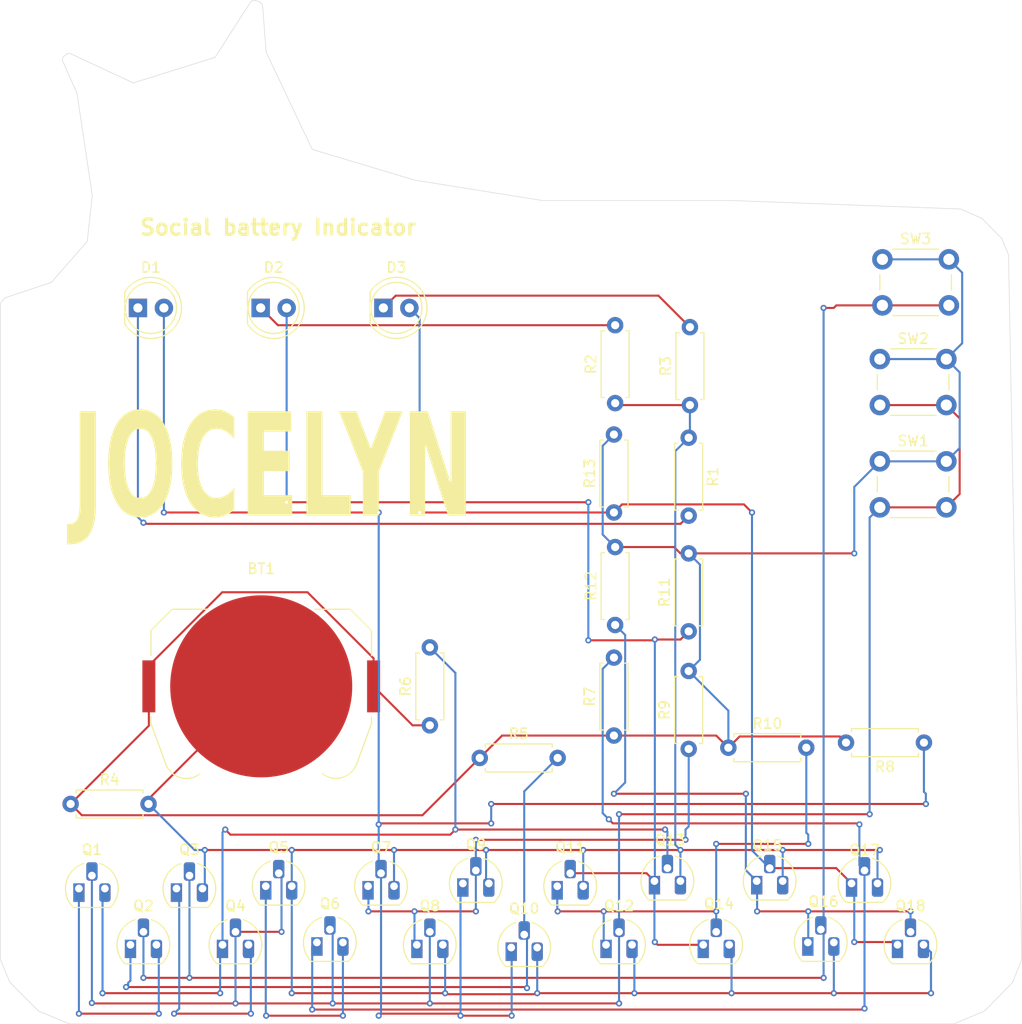
<source format=kicad_pcb>
(kicad_pcb (version 20241229) (generator "pcbnew") (generator_version "9.0")
  (layers (0 "F.Cu" signal) (2 "B.Cu" signal) (13 "F.Paste" user) (15 "B.Paste" user) (5 "F.SilkS" user "F.Silkscreen") (7 "B.SilkS" user "B.Silkscreen") (1 "F.Mask" user) (3 "B.Mask" user) (25 "Edge.Cuts" user))
  (net 0 "")
  (net 1 "Net-(BT1-+)")
  (net 2 "Net-(BT1--)")
  (net 3 "Net-(D1-A)")
  (net 4 "Net-(D1-K)")
  (net 5 "Net-(D2-K)")
  (net 6 "Net-(D2-A)")
  (net 7 "Net-(D3-K)")
  (net 8 "Net-(D3-A)")
  (net 9 "Net-(Q1-E)")
  (net 10 "Net-(Q1-B)")
  (net 11 "Net-(Q1-C)")
  (net 12 "Net-(Q16-B)")
  (net 13 "Net-(Q10-B)")
  (net 14 "Net-(Q3-C)")
  (net 15 "Net-(Q5-C)")
  (net 16 "Net-(Q17-B)")
  (net 17 "Net-(Q7-C)")
  (net 18 "Net-(Q11-C)")
  (net 19 "Net-(Q15-C)")
  (footprint "Resistor_THT:R_Axial_DIN0207_L6.3mm_D2.5mm_P7.62mm_Horizontal" (layer "F.Cu") (at 69 118.31 90)
    (property "Reference" "R6")
    (property "Value" "R")
  )
  (footprint "Package_TO_SOT_THT:TO-92L_HandSolder" (layer "F.Cu") (at 100.96 133.54)
    (property "Reference" "Q15")
    (property "Value" "NPN")
  )
  (footprint "LED_THT:LED_D5.0mm" (layer "F.Cu") (at 64.46 77.5)
    (property "Reference" "D3")
    (property "Value" "LED")
  )
  (footprint "Package_TO_SOT_THT:TO-92L_HandSolder" (layer "F.Cu") (at 62.96 134.04)
    (property "Reference" "Q7")
    (property "Value" "NPN")
  )
  (footprint "Resistor_THT:R_Axial_DIN0207_L6.3mm_D2.5mm_P7.62mm_Horizontal" (layer "F.Cu") (at 117.31 120 180)
    (property "Reference" "R8")
    (property "Value" "R")
  )
  (footprint "Package_TO_SOT_THT:TO-92L_HandSolder" (layer "F.Cu") (at 114.73 139.77)
    (property "Reference" "Q18")
    (property "Value" "NPN")
  )
  (footprint "Package_TO_SOT_THT:TO-92L_HandSolder" (layer "F.Cu") (at 57.96 139.54)
    (property "Reference" "Q6")
    (property "Value" "PNP")
  )
  (footprint "Package_TO_SOT_THT:TO-92L_HandSolder" (layer "F.Cu") (at 86.23 139.77)
    (property "Reference" "Q12")
    (property "Value" "NPN")
  )
  (footprint "Resistor_THT:R_Axial_DIN0207_L6.3mm_D2.5mm_P7.62mm_Horizontal" (layer "F.Cu") (at 94.31 90.19 -90)
    (property "Reference" "R1")
    (property "Value" "R")
  )
  (footprint "Button_Switch_THT:SW_PUSH_6mm" (layer "F.Cu") (at 113 82.5)
    (property "Reference" "SW2")
    (property "Value" "SW_Push" (hide yes))
  )
  (footprint "Package_TO_SOT_THT:TO-92L_HandSolder" (layer "F.Cu") (at 72.23 133.77)
    (property "Reference" "Q9")
    (property "Value" "NPN")
  )
  (footprint "LED_THT:LED_D5.0mm" (layer "F.Cu") (at 40.46 77.5)
    (property "Reference" "D1")
    (property "Value" "LED")
  )
  (footprint "Package_TO_SOT_THT:TO-92L_HandSolder" (layer "F.Cu") (at 34.69 134.27)
    (property "Reference" "Q1")
    (property "Value" "PNP")
  )
  (footprint "Package_TO_SOT_THT:TO-92L_HandSolder" (layer "F.Cu") (at 44.23 134.27)
    (property "Reference" "Q3")
    (property "Value" "PNP" (hide yes))
  )
  (footprint "Resistor_THT:R_Axial_DIN0207_L6.3mm_D2.5mm_P7.62mm_Horizontal" (layer "F.Cu") (at 87 119.31 90)
    (property "Reference" "R7")
    (property "Value" "R")
  )
  (footprint "Package_TO_SOT_THT:TO-92L_HandSolder" (layer "F.Cu") (at 105.96 139.54)
    (property "Reference" "Q16")
    (property "Value" "NPN")
  )
  (footprint "Resistor_THT:R_Axial_DIN0207_L6.3mm_D2.5mm_P7.62mm_Horizontal" (layer "F.Cu") (at 87.12 86.81 90)
    (property "Reference" "R2")
    (property "Value" "R")
  )
  (footprint "Resistor_THT:R_Axial_DIN0207_L6.3mm_D2.5mm_P7.62mm_Horizontal" (layer "F.Cu") (at 87.12 108.5 90)
    (property "Reference" "R12")
    (property "Value" "R")
  )
  (footprint "Button_Switch_THT:SW_PUSH_6mm" (layer "F.Cu") (at 113 92.5)
    (property "Reference" "SW1")
    (property "Value" "SW_Push")
  )
  (footprint "Package_TO_SOT_THT:TO-92L_HandSolder" (layer "F.Cu") (at 76.96 140.04)
    (property "Reference" "Q10")
    (property "Value" "NPN")
  )
  (footprint "Package_TO_SOT_THT:TO-92L_HandSolder" (layer "F.Cu") (at 39.73 139.77)
    (property "Reference" "Q2")
    (property "Value" "PNP")
  )
  (footprint "Battery:BatteryHolder_Keystone_3034_1x20mm" (layer "F.Cu") (at 52.515 114.5)
    (property "Reference" "BT1")
    (property "Value" "Battery_Cell")
  )
  (footprint "Resistor_THT:R_Axial_DIN0207_L6.3mm_D2.5mm_P7.62mm_Horizontal" (layer "F.Cu") (at 33.88 126)
    (property "Reference" "R4")
    (property "Value" "R")
  )
  (footprint "Package_TO_SOT_THT:TO-92L_HandSolder" (layer "F.Cu") (at 67.73 139.77)
    (property "Reference" "Q8")
    (property "Value" "NPN")
  )
  (footprint "Resistor_THT:R_Axial_DIN0207_L6.3mm_D2.5mm_P7.62mm_Horizontal" (layer "F.Cu") (at 98.19 120.5)
    (property "Reference" "R10")
    (property "Value" "R")
  )
  (footprint "Resistor_THT:R_Axial_DIN0207_L6.3mm_D2.5mm_P7.62mm_Horizontal" (layer "F.Cu") (at 73.88 121.5)
    (property "Reference" "R5")
    (property "Value" "R")
  )
  (footprint "Resistor_THT:R_Axial_DIN0207_L6.3mm_D2.5mm_P7.62mm_Horizontal" (layer "F.Cu") (at 94.31 120.62 90)
    (property "Reference" "R9")
    (property "Value" "R")
  )
  (footprint "Package_TO_SOT_THT:TO-92L_HandSolder" (layer "F.Cu") (at 81.46 134.04)
    (property "Reference" "Q11")
    (property "Value" "NPN")
  )
  (footprint "Package_TO_SOT_THT:TO-92L_HandSolder" (layer "F.Cu") (at 95.73 139.77)
    (property "Reference" "Q14")
    (property "Value" "NPN")
  )
  (footprint "Package_TO_SOT_THT:TO-92L_HandSolder" (layer "F.Cu") (at 52.96 134.04)
    (property "Reference" "Q5")
    (property "Value" "PNP")
  )
  (footprint "Resistor_THT:R_Axial_DIN0207_L6.3mm_D2.5mm_P7.62mm_Horizontal" (layer "F.Cu") (at 94.43 87 90)
    (property "Reference" "R3")
    (property "Value" "R")
  )
  (footprint "Package_TO_SOT_THT:TO-92L_HandSolder" (layer "F.Cu") (at 90.96 133.54)
    (property "Reference" "Q13")
    (property "Value" "NPN")
  )
  (footprint "Package_TO_SOT_THT:TO-92L_HandSolder" (layer "F.Cu") (at 48.73 139.77)
    (property "Reference" "Q4")
    (property "Value" "PNP" (hide yes))
  )
  (footprint "LED_THT:LED_D5.0mm" (layer "F.Cu") (at 52.46 77.5)
    (property "Reference" "D2")
    (property "Value" "LED")
  )
  (footprint "Button_Switch_THT:SW_PUSH_6mm" (layer "F.Cu") (at 113.25 72.75)
    (property "Reference" "SW3")
    (property "Value" "SW_Push")
  )
  (footprint "Resistor_THT:R_Axial_DIN0207_L6.3mm_D2.5mm_P7.62mm_Horizontal" (layer "F.Cu") (at 87 97.5 90)
    (property "Reference" "R13")
    (property "Value" "R")
  )
  (footprint "Resistor_THT:R_Axial_DIN0207_L6.3mm_D2.5mm_P7.62mm_Horizontal" (layer "F.Cu") (at 94.31 109.12 90)
    (property "Reference" "R11")
    (property "Value" "R")
  )
  (footprint "Package_TO_SOT_THT:TO-92L_HandSolder" (layer "F.Cu") (at 110.23 133.77)
    (property "Reference" "Q17")
    (property "Value" "NPN")
  )
  (gr_poly (pts (xy 27.5 76.5) (xy 32 75) (xy 35.5 71) (xy 36 66.5) (xy 34.5 56.5) (xy 33.065695 53.272815) (xy 33.115426 53.011678) (xy 33.461706 52.671713) (xy 33.811049 52.611823) (xy 40 55.5) (xy 48 53) (xy 51.513438 47.534651) (xy 51.807359 47.418587) (xy 52.373419 47.561488) (xy 52.644901 47.883709) (xy 53 52.5) (xy 57.5 62) (xy 67.5 65) (xy 80 67) (xy 98.5 67) (xy 112 67.5) (xy 120.898885 67.829588) (xy 122.984678 68.750428) (xy 124.918954 70.720142) (xy 125.581071 72.296766) (xy 126.880903 141.187864) (xy 125.985863 143.438223) (xy 123.226419 146.250223) (xy 120.248987 147.5) (xy 33.767767 147.5) (xy 30.75 146.25) (xy 27.9375 143.4375) (xy 27 141.174175) (xy 27 77.176776) (xy 27.125 76.875)) (stroke (width 0.05)) (fill no) (layer "Edge.Cuts"))
  (gr_text "Social battery Indicator" (at 40.5 70.5 0) (layer "F.SilkS") (effects (font (size 1.5 1.5) (thickness 0.3) (bold yes)) (justify left bottom)))
  (gr_text "JOCELYN" (at 34 99.5 0) (layer "F.SilkS") (effects (font (size 10 6) (thickness 0.3) (bold yes)) (justify left bottom)))
  (segment (start 94.31 101.5) (end 93.5 101.5) (width 0.2) (layer "F.Cu") (net 1))
  (segment (start 63.5 114.5) (end 63.5 111.76) (width 0.2) (layer "F.Cu") (net 1))
  (segment (start 99.291 119.399) (end 109.089 119.399) (width 0.2) (layer "F.Cu") (net 1))
  (segment (start 87.24 101) (end 87.12 100.88) (width 0.2) (layer "F.Cu") (net 1))
  (segment (start 87 119.31) (end 97 119.31) (width 0.2) (layer "F.Cu") (net 1))
  (segment (start 57.039 105.299) (end 48.703821 105.299) (width 0.2) (layer "F.Cu") (net 1))
  (segment (start 92.88 100.88) (end 87.12 100.88) (width 0.2) (layer "F.Cu") (net 1))
  (segment (start 41.53 112.472821) (end 41.53 114.5) (width 0.2) (layer "F.Cu") (net 1))
  (segment (start 97 119.31) (end 98.19 120.5) (width 0.2) (layer "F.Cu") (net 1))
  (segment (start 94.31 101.5) (end 110.5 101.5) (width 0.2) (layer "F.Cu") (net 1))
  (segment (start 48.703821 105.299) (end 41.53 112.472821) (width 0.2) (layer "F.Cu") (net 1))
  (segment (start 93.5 101.5) (end 92.88 100.88) (width 0.2) (layer "F.Cu") (net 1))
  (segment (start 76.07 119.31) (end 87 119.31) (width 0.2) (layer "F.Cu") (net 1))
  (segment (start 41.53 114.5) (end 41.53 118.35) (width 0.2) (layer "F.Cu") (net 1))
  (segment (start 73.88 121.5) (end 76.07 119.31) (width 0.2) (layer "F.Cu") (net 1))
  (segment (start 69 118.31) (end 67.31 118.31) (width 0.2) (layer "F.Cu") (net 1))
  (segment (start 94.12 113) (end 94.31 113) (width 0.2) (layer "F.Cu") (net 1))
  (segment (start 63.5 111.76) (end 57.039 105.299) (width 0.2) (layer "F.Cu") (net 1))
  (segment (start 67.31 118.31) (end 63.5 114.5) (width 0.2) (layer "F.Cu") (net 1))
  (segment (start 34.981 127.101) (end 68.279 127.101) (width 0.2) (layer "F.Cu") (net 1))
  (segment (start 68.279 127.101) (end 73.88 121.5) (width 0.2) (layer "F.Cu") (net 1))
  (segment (start 41.53 118.35) (end 33.88 126) (width 0.2) (layer "F.Cu") (net 1))
  (segment (start 109.089 119.399) (end 109.69 120) (width 0.2) (layer "F.Cu") (net 1))
  (segment (start 33.88 126) (end 34.981 127.101) (width 0.2) (layer "F.Cu") (net 1))
  (segment (start 98.19 120.5) (end 99.291 119.399) (width 0.2) (layer "F.Cu") (net 1))
  (via (at 110.5 101.5) (size 0.6) (drill 0.3) (layers "F.Cu" "B.Cu") (net 1))
  (segment (start 110.5 101.5) (end 110.5 95) (width 0.2) (layer "B.Cu") (net 1))
  (segment (start 85.899 99.659) (end 85.899 90.981) (width 0.2) (layer "B.Cu") (net 1))
  (segment (start 121.051 74.051) (end 119.75 72.75) (width 0.2) (layer "B.Cu") (net 1))
  (segment (start 98.19 120.5) (end 98.19 116.88) (width 0.2) (layer "B.Cu") (net 1))
  (segment (start 119.5 82.5) (end 113 82.5) (width 0.2) (layer "B.Cu") (net 1))
  (segment (start 94.31 113) (end 95.411 111.899) (width 0.2) (layer "B.Cu") (net 1))
  (segment (start 120.801 91.199) (end 120.801 83.801) (width 0.2) (layer "B.Cu") (net 1))
  (segment (start 85.899 90.981) (end 87 89.88) (width 0.2) (layer "B.Cu") (net 1))
  (segment (start 121.051 80.949) (end 121.051 74.051) (width 0.2) (layer "B.Cu") (net 1))
  (segment (start 95.411 111.899) (end 95.411 102.601) (width 0.2) (layer "B.Cu") (net 1))
  (segment (start 87.12 100.88) (end 85.899 99.659) (width 0.2) (layer "B.Cu") (net 1))
  (segment (start 95.411 102.601) (end 94.31 101.5) (width 0.2) (layer "B.Cu") (net 1))
  (segment (start 110.5 95) (end 113 92.5) (width 0.2) (layer "B.Cu") (net 1))
  (segment (start 119.5 92.5) (end 120.801 91.199) (width 0.2) (layer "B.Cu") (net 1))
  (segment (start 119.75 72.75) (end 113.25 72.75) (width 0.2) (layer "B.Cu") (net 1))
  (segment (start 113 92.5) (end 119.5 92.5) (width 0.2) (layer "B.Cu") (net 1))
  (segment (start 98.19 116.88) (end 94.31 113) (width 0.2) (layer "B.Cu") (net 1))
  (segment (start 120.801 83.801) (end 119.5 82.5) (width 0.2) (layer "B.Cu") (net 1))
  (segment (start 119.5 82.5) (end 121.051 80.949) (width 0.2) (layer "B.Cu") (net 1))
  (segment (start 55.5 130.5) (end 65.5 130.5) (width 0.2) (layer "F.Cu") (net 2))
  (segment (start 84 130.5) (end 93.5 130.5) (width 0.2) (layer "F.Cu") (net 2))
  (segment (start 94.43 87) (end 87.31 87) (width 0.2) (layer "F.Cu") (net 2))
  (segment (start 87.31 87) (end 87.12 86.81) (width 0.2) (layer "F.Cu") (net 2))
  (segment (start 55.5 144.5) (end 70.5 144.5) (width 0.2) (layer "F.Cu") (net 2))
  (segment (start 47 130.5) (end 55.5 130.5) (width 0.2) (layer "F.Cu") (net 2))
  (segment (start 89 144.5) (end 98.5 144.5) (width 0.2) (layer "F.Cu") (net 2))
  (segment (start 79.399 144.601) (end 79.5 144.5) (width 0.2) (layer "F.Cu") (net 2))
  (segment (start 94.43 90.07) (end 94.31 90.19) (width 0.2) (layer "F.Cu") (net 2))
  (segment (start 94.12 87.31) (end 94.43 87) (width 0.2) (layer "F.Cu") (net 2))
  (segment (start 70.601 144.601) (end 79.399 144.601) (width 0.2) (layer "F.Cu") (net 2))
  (segment (start 79.5 144.5) (end 89 144.5) (width 0.2) (layer "F.Cu") (net 2))
  (segment (start 93.5 130.5) (end 103.5 130.5) (width 0.2) (layer "F.Cu") (net 2))
  (segment (start 70.5 144.5) (end 70.601 144.601) (width 0.2) (layer "F.Cu") (net 2))
  (segment (start 41.5 126) (end 41.5 125.515) (width 0.2) (layer "F.Cu") (net 2))
  (segment (start 41.5 125.515) (end 52.515 114.5) (width 0.2) (layer "F.Cu") (net 2))
  (segment (start 74.5 130.5) (end 84 130.5) (width 0.2) (layer "F.Cu") (net 2))
  (segment (start 98.5 144.5) (end 108.5 144.5) (width 0.2) (layer "F.Cu") (net 2))
  (segment (start 103.5 130.5) (end 113 130.5) (width 0.2) (layer "F.Cu") (net 2))
  (segment (start 108.5 144.5) (end 118 144.5) (width 0.2) (layer "F.Cu") (net 2))
  (segment (start 65.5 130.5) (end 74.5 130.5) (width 0.2) (layer "F.Cu") (net 2))
  (via (at 65.5 130.5) (size 0.6) (drill 0.3) (layers "F.Cu" "B.Cu") (net 2))
  (via (at 47 130.5) (size 0.6) (drill 0.3) (layers "F.Cu" "B.Cu") (net 2))
  (via (at 93.5 130.5) (size 0.6) (drill 0.3) (layers "F.Cu" "B.Cu") (net 2))
  (via (at 108.5 144.5) (size 0.6) (drill 0.3) (layers "F.Cu" "B.Cu") (net 2))
  (via (at 84 130.5) (size 0.6) (drill 0.3) (layers "F.Cu" "B.Cu") (net 2))
  (via (at 103.5 130.5) (size 0.6) (drill 0.3) (layers "F.Cu" "B.Cu") (net 2))
  (via (at 79.5 144.5) (size 0.6) (drill 0.3) (layers "F.Cu" "B.Cu") (net 2))
  (via (at 113 130.5) (size 0.6) (drill 0.3) (layers "F.Cu" "B.Cu") (net 2))
  (via (at 55.5 144.5) (size 0.6) (drill 0.3) (layers "F.Cu" "B.Cu") (net 2))
  (via (at 98.5 144.5) (size 0.6) (drill 0.3) (layers "F.Cu" "B.Cu") (net 2))
  (via (at 89 144.5) (size 0.6) (drill 0.3) (layers "F.Cu" "B.Cu") (net 2))
  (via (at 74.5 130.5) (size 0.6) (drill 0.3) (layers "F.Cu" "B.Cu") (net 2))
  (via (at 118 144.5) (size 0.6) (drill 0.3) (layers "F.Cu" "B.Cu") (net 2))
  (via (at 55.5 130.5) (size 0.6) (drill 0.3) (layers "F.Cu" "B.Cu") (net 2))
  (via (at 70.5 144.5) (size 0.6) (drill 0.3) (layers "F.Cu" "B.Cu") (net 2))
  (segment (start 46.77 134.27) (end 47 134.04) (width 0.2) (layer "B.Cu") (net 2))
  (segment (start 41.5 126) (end 46 130.5) (width 0.2) (layer "B.Cu") (net 2))
  (segment (start 118 140.5) (end 117.27 139.77) (width 0.2) (layer "B.Cu") (net 2))
  (segment (start 94.43 87) (end 94.43 90.07) (width 0.2) (layer "B.Cu") (net 2))
  (segment (start 89 144.5) (end 89 140) (width 0.2) (layer "B.Cu") (net 2))
  (segment (start 89 140) (end 88.77 139.77) (width 0.2) (layer "B.Cu") (net 2))
  (segment (start 79.5 144.5) (end 79.5 140.04) (width 0.2) (layer "B.Cu") (net 2))
  (segment (start 112.77 130.73) (end 112.77 133.77) (width 0.2) (layer "B.Cu") (net 2))
  (segment (start 113 130.5) (end 112.77 130.73) (width 0.2) (layer "B.Cu") (net 2))
  (segment (start 108.5 144.5) (end 108.5 139.54) (width 0.2) (layer "B.Cu") (net 2))
  (segment (start 74.5 130.5) (end 74.5 133.5) (width 0.2) (layer "B.Cu") (net 2))
  (segment (start 93.5 130.5) (end 93 130) (width 0.2) (layer "B.Cu") (net 2))
  (segment (start 55.5 134.04) (end 55.5 144.5) (width 0.2) (layer "B.Cu") (net 2))
  (segment (start 74.5 133.5) (end 74.77 133.77) (width 0.2) (layer "B.Cu") (net 2))
  (segment (start 93 130) (end 93 91.5) (width 0.2) (layer "B.Cu") (net 2))
  (segment (start 103.5 130.5) (end 103.5 133.54) (width 0.2) (layer "B.Cu") (net 2))
  (segment (start 94.43 90.07) (end 94.31 90.19) (width 0.2) (layer "B.Cu") (net 2))
  (segment (start 98.5 140) (end 98.27 139.77) (width 0.2) (layer "B.Cu") (net 2))
  (segment (start 87.43 86.5) (end 87.12 86.81) (width 0.2) (layer "B.Cu") (net 2))
  (segment (start 65.5 130.5) (end 65.5 134.04) (width 0.2) (layer "B.Cu") (net 2))
  (segment (start 47 134.04) (end 47 130.5) (width 0.2) (layer "B.Cu") (net 2))
  (segment (start 94.12 87.31) (end 94.43 87) (width 0.2) (layer "B.Cu") (net 2))
  (segment (start 93 91.5) (end 94.31 90.19) (width 0.2) (layer "B.Cu") (net 2))
  (segment (start 46 130.5) (end 47 130.5) (width 0.2) (layer "B.Cu") (net 2))
  (segment (start 70.5 140) (end 70.27 139.77) (width 0.2) (layer "B.Cu") (net 2))
  (segment (start 98.5 144.5) (end 98.5 140) (width 0.2) (layer "B.Cu") (net 2))
  (segment (start 84 130.5) (end 84 134.04) (width 0.2) (layer "B.Cu") (net 2))
  (segment (start 118 144.5) (end 118 140.5) (width 0.2) (layer "B.Cu") (net 2))
  (segment (start 87.12 86.81) (end 87.12 86.88) (width 0.2) (layer "B.Cu") (net 2))
  (segment (start 93.5 130.5) (end 93.5 133.54) (width 0.2) (layer "B.Cu") (net 2))
  (segment (start 70.5 144.5) (end 70.5 140) (width 0.2) (layer "B.Cu") (net 2))
  (segment (start 55.5 130.5) (end 55.5 134.04) (width 0.2) (layer "B.Cu") (net 2))
  (segment (start 75 126) (end 117.5 126) (width 0.2) (layer "F.Cu") (net 3))
  (segment (start 64 97.5) (end 43 97.5) (width 0.2) (layer "F.Cu") (net 3))
  (segment (start 64 128) (end 64.101 127.899) (width 0.2) (layer "F.Cu") (net 3))
  (segment (start 74.9 127.9) (end 75 127.9) (width 0.2) (layer "F.Cu") (net 3))
  (segment (start 64.2 146.5) (end 72 146.5) (width 0.2) (layer "F.Cu") (net 3))
  (segment (start 74.899 127.899) (end 74.9 127.9) (width 0.2) (layer "F.Cu") (net 3))
  (segment (start 72 146.5) (end 72 146.7) (width 0.2) (layer "F.Cu") (net 3))
  (segment (start 72 146.7) (end 77 146.7) (width 0.2) (layer "F.Cu") (net 3))
  (segment (start 64.101 127.899) (end 74.899 127.899) (width 0.2) (layer "F.Cu") (net 3))
  (segment (start 64 146.7) (end 64.2 146.5) (width 0.2) (layer "F.Cu") (net 3))
  (via (at 64 146.7) (size 0.6) (drill 0.3) (layers "F.Cu" "B.Cu") (net 3))
  (via (at 64 128) (size 0.6) (drill 0.3) (layers "F.Cu" "B.Cu") (net 3))
  (via (at 64 97.5) (size 0.6) (drill 0.3) (layers "F.Cu" "B.Cu") (net 3))
  (via (at 77 146.7) (size 0.6) (drill 0.3) (layers "F.Cu" "B.Cu") (net 3))
  (via (at 75 126) (size 0.6) (drill 0.3) (layers "F.Cu" "B.Cu") (net 3))
  (via (at 72 146.7) (size 0.6) (drill 0.3) (layers "F.Cu" "B.Cu") (net 3))
  (via (at 43 97.5) (size 0.6) (drill 0.3) (layers "F.Cu" "B.Cu") (net 3))
  (via (at 75 127.9) (size 0.6) (drill 0.3) (layers "F.Cu" "B.Cu") (net 3))
  (via (at 117.5 126) (size 0.6) (drill 0.3) (layers "F.Cu" "B.Cu") (net 3))
  (segment (start 43 97.5) (end 43 77.5) (width 0.2) (layer "B.Cu") (net 3))
  (segment (start 117.5 125) (end 117.31 124.81) (width 0.2) (layer "B.Cu") (net 3))
  (segment (start 72 134) (end 72.23 133.77) (width 0.2) (layer "B.Cu") (net 3))
  (segment (start 117.5 126) (end 117.5 125) (width 0.2) (layer "B.Cu") (net 3))
  (segment (start 117.31 124.81) (end 117.31 120) (width 0.2) (layer "B.Cu") (net 3))
  (segment (start 64.23 146.47) (end 64 146.7) (width 0.2) (layer "B.Cu") (net 3))
  (segment (start 77 140.08) (end 76.96 140.04) (width 0.2) (layer "B.Cu") (net 3))
  (segment (start 75 127.9) (end 75 126) (width 0.2) (layer "B.Cu") (net 3))
  (segment (start 64 128) (end 64 97.5) (width 0.2) (layer "B.Cu") (net 3))
  (segment (start 77 146.7) (end 77 140.08) (width 0.2) (layer "B.Cu") (net 3))
  (segment (start 64 128) (end 64 132.54) (width 0.2) (layer "B.Cu") (net 3))
  (segment (start 64.23 132.77) (end 64.23 146.47) (width 0.2) (layer "B.Cu") (net 3))
  (segment (start 72 146.7) (end 72 134) (width 0.2) (layer "B.Cu") (net 3))
  (segment (start 64 132.54) (end 64.23 132.77) (width 0.2) (layer "B.Cu") (net 3))
  (segment (start 41.109999 98.609999) (end 41 98.5) (width 0.2) (layer "F.Cu") (net 4))
  (segment (start 94.31 97.81) (end 93.510001 98.609999) (width 0.2) (layer "F.Cu") (net 4))
  (segment (start 93.510001 98.609999) (end 41.109999 98.609999) (width 0.2) (layer "F.Cu") (net 4))
  (via (at 41 98.5) (size 0.6) (drill 0.3) (layers "F.Cu" "B.Cu") (net 4))
  (segment (start 40.46 97.96) (end 40.46 77.5) (width 0.2) (layer "B.Cu") (net 4))
  (segment (start 41 98.5) (end 40.46 97.96) (width 0.2) (layer "B.Cu") (net 4))
  (segment (start 52.46 77.5) (end 54.15 79.19) (width 0.2) (layer "F.Cu") (net 5))
  (segment (start 54.15 79.19) (end 87.12 79.19) (width 0.2) (layer "F.Cu") (net 5))
  (segment (start 91 139.5) (end 91.27 139.77) (width 0.2) (layer "F.Cu") (net 6))
  (segment (start 90.919999 110) (end 91 109.919999) (width 0.2) (layer "F.Cu") (net 6))
  (segment (start 84.5 110) (end 90.919999 110) (width 0.2) (layer "F.Cu") (net 6))
  (segment (start 55 96.5) (end 84.5 96.5) (width 0.2) (layer "F.Cu") (net 6))
  (segment (start 82.73 132.77) (end 90.19 132.77) (width 0.2) (layer "F.Cu") (net 6))
  (segment (start 94.31 109.12) (end 93.510001 109.919999) (width 0.2) (layer "F.Cu") (net 6))
  (segment (start 90.19 132.77) (end 90.96 133.54) (width 0.2) (layer "F.Cu") (net 6))
  (segment (start 93.510001 109.919999) (end 91 109.919999) (width 0.2) (layer "F.Cu") (net 6))
  (segment (start 91.27 139.77) (end 95.73 139.77) (width 0.2) (layer "F.Cu") (net 6))
  (via (at 84.5 110) (size 0.6) (drill 0.3) (layers "F.Cu" "B.Cu") (net 6))
  (via (at 91 139.5) (size 0.6) (drill 0.3) (layers "F.Cu" "B.Cu") (net 6))
  (via (at 55 96.5) (size 0.6) (drill 0.3) (layers "F.Cu" "B.Cu") (net 6))
  (via (at 91 109.919999) (size 0.6) (drill 0.3) (layers "F.Cu" "B.Cu") (net 6))
  (via (at 84.5 96.5) (size 0.6) (drill 0.3) (layers "F.Cu" "B.Cu") (net 6))
  (segment (start 91 133.5) (end 90.96 133.54) (width 0.2) (layer "B.Cu") (net 6))
  (segment (start 91 109.919999) (end 91 133.5) (width 0.2) (layer "B.Cu") (net 6))
  (segment (start 90.96 133.54) (end 90.96 139.46) (width 0.2) (layer "B.Cu") (net 6))
  (segment (start 90.96 139.46) (end 91 139.5) (width 0.2) (layer "B.Cu") (net 6))
  (segment (start 84.5 96.5) (end 84.5 110) (width 0.2) (layer "B.Cu") (net 6))
  (segment (start 55 77.5) (end 55 96.5) (width 0.2) (layer "B.Cu") (net 6))
  (segment (start 64.46 77.5) (end 65.661 76.299) (width 0.2) (layer "F.Cu") (net 7))
  (segment (start 65.661 76.299) (end 91.349 76.299) (width 0.2) (layer "F.Cu") (net 7))
  (segment (start 91.349 76.299) (end 94.43 79.38) (width 0.2) (layer "F.Cu") (net 7))
  (segment (start 68 97.5) (end 87 97.5) (width 0.2) (layer "F.Cu") (net 8))
  (segment (start 114.46 139.5) (end 114.73 139.77) (width 0.2) (layer "F.Cu") (net 8))
  (segment (start 102.23 132.27) (end 108.73 132.27) (width 0.2) (layer "F.Cu") (net 8))
  (segment (start 108.73 132.27) (end 110.23 133.77) (width 0.2) (layer "F.Cu") (net 8))
  (segment (start 87.791 96.709) (end 87 97.5) (width 0.2) (layer "F.Cu") (net 8))
  (segment (start 110.5 139.5) (end 114.46 139.5) (width 0.2) (layer "F.Cu") (net 8))
  (segment (start 99.709 96.709) (end 87.791 96.709) (width 0.2) (layer "F.Cu") (net 8))
  (segment (start 100.5 97.5) (end 99.709 96.709) (width 0.2) (layer "F.Cu") (net 8))
  (via (at 100.5 97.5) (size 0.6) (drill 0.3) (layers "F.Cu" "B.Cu") (net 8))
  (via (at 110.5 139.5) (size 0.6) (drill 0.3) (layers "F.Cu" "B.Cu") (net 8))
  (via (at 68 97.5) (size 0.6) (drill 0.3) (layers "F.Cu" "B.Cu") (net 8))
  (segment (start 68 78.5) (end 68 97.5) (width 0.2) (layer "B.Cu") (net 8))
  (segment (start 100.5 130.54) (end 100.5 97.5) (width 0.2) (layer "B.Cu") (net 8))
  (segment (start 67 77.5) (end 68 78.5) (width 0.2) (layer "B.Cu") (net 8))
  (segment (start 110.23 133.77) (end 110.5 134.04) (width 0.2) (layer "B.Cu") (net 8))
  (segment (start 110.5 134.04) (end 110.5 139.5) (width 0.2) (layer "B.Cu") (net 8))
  (segment (start 102.23 132.27) (end 100.5 130.54) (width 0.2) (layer "B.Cu") (net 8))
  (segment (start 92 128.5) (end 71.5 128.5) (width 0.2) (layer "F.Cu") (net 9))
  (segment (start 49 128.5) (end 49.5 129) (width 0.2) (layer "F.Cu") (net 9))
  (segment (start 49.5 129) (end 71 129) (width 0.2) (layer "F.Cu") (net 9))
  (segment (start 37 144.5) (end 48.5 144.5) (width 0.2) (layer "F.Cu") (net 9))
  (segment (start 71 129) (end 71.5 128.5) (width 0.2) (layer "F.Cu") (net 9))
  (via (at 48.5 144.5) (size 0.6) (drill 0.3) (layers "F.Cu" "B.Cu") (net 9))
  (via (at 92 128.5) (size 0.6) (drill 0.3) (layers "F.Cu" "B.Cu") (net 9))
  (via (at 49 128.5) (size 0.6) (drill 0.3) (layers "F.Cu" "B.Cu") (net 9))
  (via (at 37 144.5) (size 0.6) (drill 0.3) (layers "F.Cu" "B.Cu") (net 9))
  (via (at 71.5 128.5) (size 0.6) (drill 0.3) (layers "F.Cu" "B.Cu") (net 9))
  (segment (start 37 144.5) (end 37 134.5) (width 0.2) (layer "B.Cu") (net 9))
  (segment (start 37 134.5) (end 37.23 134.27) (width 0.2) (layer "B.Cu") (net 9))
  (segment (start 71.5 113.19) (end 69 110.69) (width 0.2) (layer "B.Cu") (net 9))
  (segment (start 48.73 128.77) (end 49 128.5) (width 0.2) (layer "B.Cu") (net 9))
  (segment (start 92.23 132.27) (end 92.23 128.73) (width 0.2) (layer "B.Cu") (net 9))
  (segment (start 71.5 128.5) (end 71.5 113.19) (width 0.2) (layer "B.Cu") (net 9))
  (segment (start 92.23 128.73) (end 92 128.5) (width 0.2) (layer "B.Cu") (net 9))
  (segment (start 48.73 139.77) (end 48.73 128.77) (width 0.2) (layer "B.Cu") (net 9))
  (segment (start 48.5 140) (end 48.73 139.77) (width 0.2) (layer "B.Cu") (net 9))
  (segment (start 48.5 144.5) (end 48.5 140) (width 0.2) (layer "B.Cu") (net 9))
  (segment (start 120.801 95.699) (end 120.801 88.301) (width 0.2) (layer "F.Cu") (net 10))
  (segment (start 112 127) (end 87.5 127) (width 0.2) (layer "F.Cu") (net 10))
  (segment (start 119.5 87) (end 113 87) (width 0.2) (layer "F.Cu") (net 10))
  (segment (start 69 145.5) (end 87.5 145.5) (width 0.2) (layer "F.Cu") (net 10))
  (segment (start 50 138.5) (end 54.5 138.5) (width 0.2) (layer "F.Cu") (net 10))
  (segment (start 120.801 88.301) (end 119.5 87) (width 0.2) (layer "F.Cu") (net 10))
  (segment (start 113 97) (end 119.5 97) (width 0.2) (layer "F.Cu") (net 10))
  (segment (start 119.5 97) (end 120.801 95.699) (width 0.2) (layer "F.Cu") (net 10))
  (segment (start 50 145.5) (end 59.5 145.5) (width 0.2) (layer "F.Cu") (net 10))
  (segment (start 35.96 145.46) (end 36 145.5) (width 0.2) (layer "F.Cu") (net 10))
  (segment (start 59.5 145.5) (end 69 145.5) (width 0.2) (layer "F.Cu") (net 10))
  (segment (start 36 145.5) (end 50 145.5) (width 0.2) (layer "F.Cu") (net 10))
  (via (at 54.5 138.5) (size 0.6) (drill 0.3) (layers "F.Cu" "B.Cu") (net 10))
  (via (at 35.96 145.46) (size 0.6) (drill 0.3) (layers "F.Cu" "B.Cu") (net 10))
  (via (at 87.5 127) (size 0.6) (drill 0.3) (layers "F.Cu" "B.Cu") (net 10))
  (via (at 50 145.5) (size 0.6) (drill 0.3) (layers "F.Cu" "B.Cu") (net 10))
  (via (at 59.5 145.5) (size 0.6) (drill 0.3) (layers "F.Cu" "B.Cu") (net 10))
  (via (at 87.5 145.5) (size 0.6) (drill 0.3) (layers "F.Cu" "B.Cu") (net 10))
  (via (at 112 127) (size 0.6) (drill 0.3) (layers "F.Cu" "B.Cu") (net 10))
  (via (at 69 145.5) (size 0.6) (drill 0.3) (layers "F.Cu" "B.Cu") (net 10))
  (segment (start 112 98) (end 112 127) (width 0.2) (layer "B.Cu") (net 10))
  (segment (start 59.5 145.5) (end 59.5 138.54) (width 0.2) (layer "B.Cu") (net 10))
  (segment (start 87.5 145.5) (end 87.5 138.5) (width 0.2) (layer "B.Cu") (net 10))
  (segment (start 50 145.5) (end 50 138.5) (width 0.2) (layer "B.Cu") (net 10))
  (segment (start 59.5 138.54) (end 59.23 138.27) (width 0.2) (layer "B.Cu") (net 10))
  (segment (start 87.5 127) (end 87.5 138.5) (width 0.2) (layer "B.Cu") (net 10))
  (segment (start 35.96 133) (end 35.96 145.46) (width 0.2) (layer "B.Cu") (net 10))
  (segment (start 54.5 133.04) (end 54.23 132.77) (width 0.2) (layer "B.Cu") (net 10))
  (segment (start 113 97) (end 112 98) (width 0.2) (layer "B.Cu") (net 10))
  (segment (start 69 145.5) (end 69 138.5) (width 0.2) (layer "B.Cu") (net 10))
  (segment (start 54.5 138.5) (end 54.5 133.04) (width 0.2) (layer "B.Cu") (net 10))
  (segment (start 34.69 146.5) (end 42.5 146.5) (width 0.2) (layer "F.Cu") (net 11))
  (via (at 34.69 146.5) (size 0.6) (drill 0.3) (layers "F.Cu" "B.Cu") (net 11))
  (via (at 42.5 146.5) (size 0.6) (drill 0.3) (layers "F.Cu" "B.Cu") (net 11))
  (segment (start 42.5 146.5) (end 42.5 140) (width 0.2) (layer "B.Cu") (net 11))
  (segment (start 34.69 134.27) (end 34.69 146.69) (width 0.2) (layer "B.Cu") (net 11))
  (segment (start 42.5 140) (end 42.27 139.77) (width 0.2) (layer "B.Cu") (net 11))
  (segment (start 108.5 77.5) (end 108.75 77.25) (width 0.2) (layer "F.Cu") (net 12))
  (segment (start 113.25 77.25) (end 119.75 77.25) (width 0.2) (layer "F.Cu") (net 12))
  (segment (start 107.5 77.5) (end 108.5 77.5) (width 0.2) (layer "F.Cu") (net 12))
  (segment (start 45.5 143) (end 107.5 143) (width 0.2) (layer "F.Cu") (net 12))
  (segment (start 108.75 77.25) (end 113.25 77.25) (width 0.2) (layer "F.Cu") (net 12))
  (segment (start 41 143) (end 45.5 143) (width 0.2) (layer "F.Cu") (net 12))
  (via (at 107.5 77.5) (size 0.6) (drill 0.3) (layers "F.Cu" "B.Cu") (net 12))
  (via (at 41 143) (size 0.6) (drill 0.3) (layers "F.Cu" "B.Cu") (net 12))
  (via (at 45.5 143) (size 0.6) (drill 0.3) (layers "F.Cu" "B.Cu") (net 12))
  (via (at 107.5 143) (size 0.6) (drill 0.3) (layers "F.Cu" "B.Cu") (net 12))
  (segment (start 107.5 138) (end 107.5 77.5) (width 0.2) (layer "B.Cu") (net 12))
  (segment (start 41 138.5) (end 41 143) (width 0.2) (layer "B.Cu") (net 12))
  (segment (start 45.5 143) (end 45.5 133) (width 0.2) (layer "B.Cu") (net 12))
  (segment (start 107.5 143) (end 107.5 138.54) (width 0.2) (layer "B.Cu") (net 12))
  (segment (start 107.23 138.27) (end 107.5 138) (width 0.2) (layer "B.Cu") (net 12))
  (segment (start 107.5 138.54) (end 107.23 138.27) (width 0.2) (layer "B.Cu") (net 12))
  (segment (start 78.4 143.9) (end 78.5 144) (width 0.2) (layer "F.Cu") (net 13))
  (segment (start 39.307208 143.9) (end 78.4 143.9) (width 0.2) (layer "F.Cu") (net 13))
  (via (at 39.307208 143.9) (size 0.6) (drill 0.3) (layers "F.Cu" "B.Cu") (net 13))
  (via (at 78.5 144) (size 0.6) (drill 0.3) (layers "F.Cu" "B.Cu") (net 13))
  (segment (start 78.23 138.77) (end 78.23 124.77) (width 0.2) (layer "B.Cu") (net 13))
  (segment (start 39.307208 143.9) (end 39.5 143.707208) (width 0.2) (layer "B.Cu") (net 13))
  (segment (start 39.73 143.27) (end 39.73 139.77) (width 0.2) (layer "B.Cu") (net 13))
  (segment (start 78.5 144) (end 78.5 139.04) (width 0.2) (layer "B.Cu") (net 13))
  (segment (start 39.5 143.5) (end 39.73 143.27) (width 0.2) (layer "B.Cu") (net 13))
  (segment (start 78.5 139.04) (end 78.23 138.77) (width 0.2) (layer "B.Cu") (net 13))
  (segment (start 39.5 143.707208) (end 39.5 143.5) (width 0.2) (layer "B.Cu") (net 13))
  (segment (start 78.23 124.77) (end 81.5 121.5) (width 0.2) (layer "B.Cu") (net 13))
  (segment (start 44 146.5) (end 51.5 146.5) (width 0.2) (layer "F.Cu") (net 14))
  (via (at 51.5 146.5) (size 0.6) (drill 0.3) (layers "F.Cu" "B.Cu") (net 14))
  (via (at 44 146.5) (size 0.6) (drill 0.3) (layers "F.Cu" "B.Cu") (net 14))
  (segment (start 44.5 146) (end 44 146.5) (width 0.2) (layer "B.Cu") (net 14))
  (segment (start 51.5 146.5) (end 51.5 140) (width 0.2) (layer "B.Cu") (net 14))
  (segment (start 44.23 134.27) (end 44.5 134.54) (width 0.2) (layer "B.Cu") (net 14))
  (segment (start 51.5 140) (end 51.27 139.77) (width 0.2) (layer "B.Cu") (net 14))
  (segment (start 44.5 134.54) (end 44.5 146) (width 0.2) (layer "B.Cu") (net 14))
  (segment (start 53 146.7) (end 60.5 146.7) (width 0.2) (layer "F.Cu") (net 15))
  (via (at 53 146.7) (size 0.6) (drill 0.3) (layers "F.Cu" "B.Cu") (net 15))
  (via (at 60.5 146.7) (size 0.6) (drill 0.3) (layers "F.Cu" "B.Cu") (net 15))
  (segment (start 52.96 146.66) (end 53 146.7) (width 0.2) (layer "B.Cu") (net 15))
  (segment (start 52.96 134.04) (end 52.96 146.66) (width 0.2) (layer "B.Cu") (net 15))
  (segment (start 60.5 146.7) (end 60.5 139.54) (width 0.2) (layer "B.Cu") (net 15))
  (segment (start 57.5 146.1) (end 111.4 146.1) (width 0.2) (layer "F.Cu") (net 16))
  (segment (start 110.899 127.899) (end 86.899 127.899) (width 0.2) (layer "F.Cu") (net 16))
  (segment (start 111.4 146.1) (end 111.5 146) (width 0.2) (layer "F.Cu") (net 16))
  (segment (start 86.899 127.899) (end 86.5 127.5) (width 0.2) (layer "F.Cu") (net 16))
  (segment (start 111 128) (end 110.899 127.899) (width 0.2) (layer "F.Cu") (net 16))
  (via (at 111 128) (size 0.6) (drill 0.3) (layers "F.Cu" "B.Cu") (net 16))
  (via (at 111.5 146) (size 0.6) (drill 0.3) (layers "F.Cu" "B.Cu") (net 16))
  (via (at 57.5 146.1) (size 0.6) (drill 0.3) (layers "F.Cu" "B.Cu") (net 16))
  (via (at 86.5 127.5) (size 0.6) (drill 0.3) (layers "F.Cu" "B.Cu") (net 16))
  (segment (start 111.5 146) (end 111.5 132.5) (width 0.2) (layer "B.Cu") (net 16))
  (segment (start 86.5 127.5) (end 85.899 126.899) (width 0.2) (layer "B.Cu") (net 16))
  (segment (start 57.96 139.54) (end 57.5 140) (width 0.2) (layer "B.Cu") (net 16))
  (segment (start 111 132) (end 111 128) (width 0.2) (layer "B.Cu") (net 16))
  (segment (start 85.899 126.899) (end 85.899 112.791) (width 0.2) (layer "B.Cu") (net 16))
  (segment (start 57.5 140) (end 57.5 146.1) (width 0.2) (layer "B.Cu") (net 16))
  (segment (start 111.5 132.5) (end 111 132) (width 0.2) (layer "B.Cu") (net 16))
  (segment (start 85.899 112.791) (end 87 111.69) (width 0.2) (layer "B.Cu") (net 16))
  (segment (start 67.5 136.5) (end 73.5 136.5) (width 0.2) (layer "F.Cu") (net 17))
  (segment (start 73.5 129.5) (end 94 129.5) (width 0.2) (layer "F.Cu") (net 17))
  (segment (start 63 136.5) (end 67.5 136.5) (width 0.2) (layer "F.Cu") (net 17))
  (via (at 63 136.5) (size 0.6) (drill 0.3) (layers "F.Cu" "B.Cu") (net 17))
  (via (at 73.5 129.5) (size 0.6) (drill 0.3) (layers "F.Cu" "B.Cu") (net 17))
  (via (at 73.5 136.5) (size 0.6) (drill 0.3) (layers "F.Cu" "B.Cu") (net 17))
  (via (at 94 129.5) (size 0.6) (drill 0.3) (layers "F.Cu" "B.Cu") (net 17))
  (via (at 67.5 136.5) (size 0.6) (drill 0.3) (layers "F.Cu" "B.Cu") (net 17))
  (segment (start 62.96 134.04) (end 63 134.08) (width 0.2) (layer "B.Cu") (net 17))
  (segment (start 94 129.5) (end 94 128.5) (width 0.2) (layer "B.Cu") (net 17))
  (segment (start 73.5 132.5) (end 73.5 129.5) (width 0.2) (layer "B.Cu") (net 17))
  (segment (start 67.5 136.5) (end 67.5 139.54) (width 0.2) (layer "B.Cu") (net 17))
  (segment (start 94 128.5) (end 94.31 128.19) (width 0.2) (layer "B.Cu") (net 17))
  (segment (start 73.5 136.5) (end 73.5 132.5) (width 0.2) (layer "B.Cu") (net 17))
  (segment (start 63 134.08) (end 63 136.5) (width 0.2) (layer "B.Cu") (net 17))
  (segment (start 67.5 139.54) (end 67.73 139.77) (width 0.2) (layer "B.Cu") (net 17))
  (segment (start 94.31 128.19) (end 94.31 120.62) (width 0.2) (layer "B.Cu") (net 17))
  (segment (start 86 136.5) (end 97 136.5) (width 0.2) (layer "F.Cu") (net 18))
  (segment (start 81.5 136.5) (end 86 136.5) (width 0.2) (layer "F.Cu") (net 18))
  (segment (start 97 129.9) (end 106 129.9) (width 0.2) (layer "F.Cu") (net 18))
  (via (at 106 129.9) (size 0.6) (drill 0.3) (layers "F.Cu" "B.Cu") (net 18))
  (via (at 81.5 136.5) (size 0.6) (drill 0.3) (layers "F.Cu" "B.Cu") (net 18))
  (via (at 97 136.5) (size 0.6) (drill 0.3) (layers "F.Cu" "B.Cu") (net 18))
  (via (at 86 136.5) (size 0.6) (drill 0.3) (layers "F.Cu" "B.Cu") (net 18))
  (via (at 97 129.9) (size 0.6) (drill 0.3) (layers "F.Cu" "B.Cu") (net 18))
  (segment (start 105.81 128.81) (end 105.81 120.5) (width 0.2) (layer "B.Cu") (net 18))
  (segment (start 97 136.5) (end 97 129.9) (width 0.2) (layer "B.Cu") (net 18))
  (segment (start 81.46 136.46) (end 81.5 136.5) (width 0.2) (layer "B.Cu") (net 18))
  (segment (start 97 136.5) (end 97 138.5) (width 0.2) (layer "B.Cu") (net 18))
  (segment (start 106 129) (end 105.81 128.81) (width 0.2) (layer "B.Cu") (net 18))
  (segment (start 81.46 134.04) (end 81.46 136.46) (width 0.2) (layer "B.Cu") (net 18))
  (segment (start 86 139.54) (end 86.23 139.77) (width 0.2) (layer "B.Cu") (net 18))
  (segment (start 106 129.9) (end 106 129) (width 0.2) (layer "B.Cu") (net 18))
  (segment (start 86 136.5) (end 86 139.54) (width 0.2) (layer "B.Cu") (net 18))
  (segment (start 106 136.5) (end 101 136.5) (width 0.2) (layer "F.Cu") (net 19))
  (segment (start 99.9 125) (end 87 125) (width 0.2) (layer "F.Cu") (net 19))
  (segment (start 106 136.5) (end 116 136.5) (width 0.2) (layer "F.Cu") (net 19))
  (via (at 106 136.5) (size 0.6) (drill 0.3) (layers "F.Cu" "B.Cu") (net 19))
  (via (at 116 136.5) (size 0.6) (drill 0.3) (layers "F.Cu" "B.Cu") (net 19))
  (via (at 99.9 125) (size 0.6) (drill 0.3) (layers "F.Cu" "B.Cu") (net 19))
  (via (at 87 125) (size 0.6) (drill 0.3) (layers "F.Cu" "B.Cu") (net 19))
  (via (at 101 136.5) (size 0.6) (drill 0.3) (layers "F.Cu" "B.Cu") (net 19))
  (segment (start 105.96 139.54) (end 106 139.5) (width 0.2) (layer "B.Cu") (net 19))
  (segment (start 116 136.5) (end 116 138.5) (width 0.2) (layer "B.Cu") (net 19))
  (segment (start 100.96 133.54) (end 99.9 132.48) (width 0.2) (layer "B.Cu") (net 19))
  (segment (start 106 139.5) (end 106 136.5) (width 0.2) (layer "B.Cu") (net 19))
  (segment (start 101 136.5) (end 101 133.58) (width 0.2) (layer "B.Cu") (net 19))
  (segment (start 99.9 132.48) (end 99.9 125) (width 0.2) (layer "B.Cu") (net 19))
  (segment (start 87 125) (end 88.101 123.899) (width 0.2) (layer "B.Cu") (net 19))
  (segment (start 101 133.58) (end 100.96 133.54) (width 0.2) (layer "B.Cu") (net 19))
  (segment (start 88.101 109.481) (end 87.12 108.5) (width 0.2) (layer "B.Cu") (net 19))
  (segment (start 88.101 123.899) (end 88.101 109.481) (width 0.2) (layer "B.Cu") (net 19))
)
</source>
